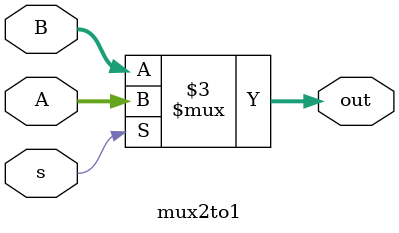
<source format=v>
module mux2to1(A, B, s, out);

input s;
input [15:0] A, B;

output reg [15:0] out;

always@(A or B or s)
begin
	if(s)
		out=A;
	else
		out=B;
end

endmodule
</source>
